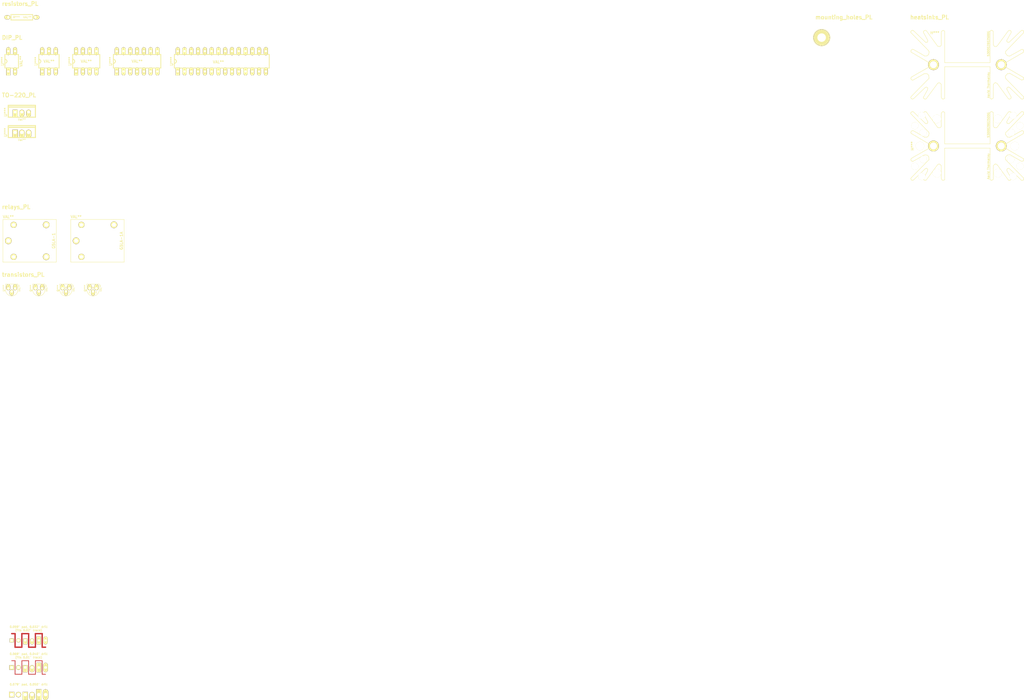
<source format=kicad_pcb>
(kicad_pcb (version 3) (host pcbnew "(2013-07-07 BZR 4022)-stable")

  (general
    (links 0)
    (no_connects 0)
    (area 17.142178 16.28 401.217201 276.817448)
    (thickness 1.6)
    (drawings 7)
    (tracks 22)
    (zones 0)
    (modules 18)
    (nets 1)
  )

  (page A3)
  (layers
    (15 F.Cu signal)
    (0 B.Cu signal)
    (16 B.Adhes user)
    (17 F.Adhes user)
    (18 B.Paste user)
    (19 F.Paste user)
    (20 B.SilkS user)
    (21 F.SilkS user)
    (22 B.Mask user)
    (23 F.Mask user)
    (24 Dwgs.User user)
    (25 Cmts.User user)
    (26 Eco1.User user)
    (27 Eco2.User user)
    (28 Edge.Cuts user)
  )

  (setup
    (last_trace_width 0.254)
    (user_trace_width 0.508)
    (trace_clearance 0.254)
    (zone_clearance 0.508)
    (zone_45_only no)
    (trace_min 0.254)
    (segment_width 0.2)
    (edge_width 0.1)
    (via_size 0.889)
    (via_drill 0.635)
    (via_min_size 0.889)
    (via_min_drill 0.508)
    (uvia_size 0.508)
    (uvia_drill 0.127)
    (uvias_allowed no)
    (uvia_min_size 0.508)
    (uvia_min_drill 0.127)
    (pcb_text_width 0.3)
    (pcb_text_size 1.5 1.5)
    (mod_edge_width 0.15)
    (mod_text_size 1 1)
    (mod_text_width 0.15)
    (pad_size 2.0066 4.0132)
    (pad_drill 1.27)
    (pad_to_mask_clearance 0)
    (aux_axis_origin 0 0)
    (visible_elements 7FFFFFFF)
    (pcbplotparams
      (layerselection 3178497)
      (usegerberextensions true)
      (excludeedgelayer true)
      (linewidth 0.150000)
      (plotframeref false)
      (viasonmask false)
      (mode 1)
      (useauxorigin false)
      (hpglpennumber 1)
      (hpglpenspeed 20)
      (hpglpendiameter 15)
      (hpglpenoverlay 2)
      (psnegative false)
      (psa4output false)
      (plotreference true)
      (plotvalue true)
      (plotothertext true)
      (plotinvisibletext false)
      (padsonsilk false)
      (subtractmaskfromsilk false)
      (outputformat 1)
      (mirror false)
      (drillshape 1)
      (scaleselection 1)
      (outputdirectory ""))
  )

  (net 0 "")

  (net_class Default "This is the default net class."
    (clearance 0.254)
    (trace_width 0.254)
    (via_dia 0.889)
    (via_drill 0.635)
    (uvia_dia 0.508)
    (uvia_drill 0.127)
    (add_net "")
  )

  (module hole_M3 (layer F.Cu) (tedit 527B3F50) (tstamp 5327AC5E)
    (at 325.12 30.48)
    (descr "M3 mounting hole")
    (path 1pin)
    (fp_text reference H*** (at 0 -3.048) (layer F.SilkS) hide
      (effects (font (size 1.016 1.016) (thickness 0.254)))
    )
    (fp_text value Val** (at 0 2.794) (layer F.SilkS) hide
      (effects (font (size 1.016 1.016) (thickness 0.254)))
    )
    (fp_circle (center 0 0) (end 0 3.2) (layer F.SilkS) (width 0.15))
    (pad 1 thru_hole circle (at 0 0) (size 6 6) (drill 3.2)
      (layers *.Cu *.Mask F.SilkS)
    )
  )

  (module DIP4 (layer F.Cu) (tedit 5323D78D) (tstamp 53243CFA)
    (at 20.32 43.18)
    (descr "4-lead DIP package")
    (tags DIP)
    (fp_text reference U*** (at -2.159 -3.81 90) (layer F.SilkS)
      (effects (font (size 1.016 1.016) (thickness 0.2032)))
    )
    (fp_text value VAL** (at 4.826 -3.81 90) (layer F.SilkS)
      (effects (font (size 1.016 1.016) (thickness 0.2032)))
    )
    (fp_arc (start -1.27 -3.81) (end -1.27 -4.572) (angle 90) (layer F.SilkS) (width 0.3048))
    (fp_arc (start -1.27 -3.81) (end -0.508 -3.81) (angle 90) (layer F.SilkS) (width 0.3048))
    (fp_line (start -1.27 -6.35) (end 3.81 -6.35) (layer F.SilkS) (width 0.3048))
    (fp_line (start 3.81 -6.35) (end 3.81 -1.27) (layer F.SilkS) (width 0.3048))
    (fp_line (start 3.81 -1.27) (end -1.27 -1.27) (layer F.SilkS) (width 0.3048))
    (fp_line (start -1.27 -1.27) (end -1.27 -6.35) (layer F.SilkS) (width 0.3048))
    (pad 1 thru_hole rect (at 0 0) (size 1.4732 2.9464) (drill 0.8128)
      (layers *.Cu *.Mask F.SilkS)
    )
    (pad 2 thru_hole oval (at 2.54 0) (size 1.4732 2.9464) (drill 0.8128)
      (layers *.Cu *.Mask F.SilkS)
    )
    (pad 3 thru_hole oval (at 2.54 -7.62) (size 1.4732 2.9464) (drill 0.8128)
      (layers *.Cu *.Mask F.SilkS)
    )
    (pad 4 thru_hole oval (at 0 -7.62) (size 1.4732 2.9464) (drill 0.8128)
      (layers *.Cu *.Mask F.SilkS)
    )
    (model dil/dil_8.wrl
      (at (xyz 0 0 0))
      (scale (xyz 1 1 1))
      (rotate (xyz 0 0 0))
    )
  )

  (module DIP6 (layer F.Cu) (tedit 5323DD66) (tstamp 532449D2)
    (at 33.02 43.18)
    (descr "6-lead DIP package")
    (tags DIP)
    (fp_text reference U*** (at -2.286 -3.81 90) (layer F.SilkS)
      (effects (font (size 1.016 1.016) (thickness 0.2032)))
    )
    (fp_text value VAL** (at 2.54 -3.81) (layer F.SilkS)
      (effects (font (size 1.016 1.016) (thickness 0.2032)))
    )
    (fp_arc (start -1.27 -3.81) (end -1.27 -4.572) (angle 90) (layer F.SilkS) (width 0.3048))
    (fp_arc (start -1.27 -3.81) (end -0.508 -3.81) (angle 90) (layer F.SilkS) (width 0.3048))
    (fp_line (start -1.27 -6.35) (end 6.35 -6.35) (layer F.SilkS) (width 0.3048))
    (fp_line (start 6.35 -6.35) (end 6.35 -1.27) (layer F.SilkS) (width 0.3048))
    (fp_line (start 6.35 -1.27) (end -1.27 -1.27) (layer F.SilkS) (width 0.3048))
    (fp_line (start -1.27 -1.27) (end -1.27 -6.35) (layer F.SilkS) (width 0.3048))
    (pad 1 thru_hole rect (at 0 0) (size 1.4732 2.9464) (drill 0.8128)
      (layers *.Cu *.Mask F.SilkS)
    )
    (pad 2 thru_hole oval (at 2.54 0) (size 1.4732 2.9464) (drill 0.8128)
      (layers *.Cu *.Mask F.SilkS)
    )
    (pad 3 thru_hole oval (at 5.08 0) (size 1.4732 2.9464) (drill 0.8128)
      (layers *.Cu *.Mask F.SilkS)
    )
    (pad 4 thru_hole oval (at 5.08 -7.62) (size 1.4732 2.9464) (drill 0.8128)
      (layers *.Cu *.Mask F.SilkS)
    )
    (pad 5 thru_hole oval (at 2.54 -7.62) (size 1.4732 2.9464) (drill 0.8128)
      (layers *.Cu *.Mask F.SilkS)
    )
    (pad 6 thru_hole oval (at 0 -7.62) (size 1.4732 2.9464) (drill 0.8128)
      (layers *.Cu *.Mask F.SilkS)
    )
    (model dil/dil_8.wrl
      (at (xyz 0 0 0))
      (scale (xyz 1 1 1))
      (rotate (xyz 0 0 0))
    )
  )

  (module DIP8 (layer F.Cu) (tedit 5323DD78) (tstamp 532449F3)
    (at 45.72 43.18)
    (descr "8-lead DIP package")
    (tags DIP)
    (fp_text reference U*** (at -2.286 -3.81 90) (layer F.SilkS)
      (effects (font (size 1.016 1.016) (thickness 0.2032)))
    )
    (fp_text value VAL** (at 3.81 -3.81) (layer F.SilkS)
      (effects (font (size 1.016 1.016) (thickness 0.2032)))
    )
    (fp_arc (start -1.27 -3.81) (end -1.27 -4.572) (angle 90) (layer F.SilkS) (width 0.3048))
    (fp_arc (start -1.27 -3.81) (end -0.508 -3.81) (angle 90) (layer F.SilkS) (width 0.3048))
    (fp_line (start -1.27 -6.35) (end 8.89 -6.35) (layer F.SilkS) (width 0.3048))
    (fp_line (start 8.89 -6.35) (end 8.89 -1.27) (layer F.SilkS) (width 0.3048))
    (fp_line (start 8.89 -1.27) (end -1.27 -1.27) (layer F.SilkS) (width 0.3048))
    (fp_line (start -1.27 -1.27) (end -1.27 -6.35) (layer F.SilkS) (width 0.3048))
    (pad 1 thru_hole rect (at 0 0) (size 1.4732 2.9464) (drill 0.8128)
      (layers *.Cu *.Mask F.SilkS)
    )
    (pad 2 thru_hole oval (at 2.54 0) (size 1.4732 2.9464) (drill 0.8128)
      (layers *.Cu *.Mask F.SilkS)
    )
    (pad 3 thru_hole oval (at 5.08 0) (size 1.4732 2.9464) (drill 0.8128)
      (layers *.Cu *.Mask F.SilkS)
    )
    (pad 4 thru_hole oval (at 7.62 0) (size 1.4732 2.9464) (drill 0.8128)
      (layers *.Cu *.Mask F.SilkS)
    )
    (pad 5 thru_hole oval (at 7.62 -7.62) (size 1.4732 2.9464) (drill 0.8128)
      (layers *.Cu *.Mask F.SilkS)
    )
    (pad 6 thru_hole oval (at 5.08 -7.62) (size 1.4732 2.9464) (drill 0.8128)
      (layers *.Cu *.Mask F.SilkS)
    )
    (pad 8 thru_hole oval (at 0 -7.62) (size 1.4732 2.9464) (drill 0.8128)
      (layers *.Cu *.Mask F.SilkS)
    )
    (pad 7 thru_hole oval (at 2.54 -7.62) (size 1.4732 2.9464) (drill 0.8128)
      (layers *.Cu *.Mask F.SilkS)
    )
    (model dil/dil_8.wrl
      (at (xyz 0 0 0))
      (scale (xyz 1 1 1))
      (rotate (xyz 0 0 0))
    )
  )

  (module DIP14 (layer F.Cu) (tedit 5323DE4D) (tstamp 53244A1E)
    (at 60.96 43.18)
    (descr "14-lead DIP package")
    (tags DIP)
    (fp_text reference U*** (at -2.286 -3.81 90) (layer F.SilkS)
      (effects (font (size 1.016 1.016) (thickness 0.2032)))
    )
    (fp_text value VAL** (at 7.62 -3.81) (layer F.SilkS)
      (effects (font (size 1.016 1.016) (thickness 0.2032)))
    )
    (fp_line (start 8.89 -1.27) (end 16.51 -1.27) (layer F.SilkS) (width 0.3048))
    (fp_line (start 8.89 -6.35) (end 16.51 -6.35) (layer F.SilkS) (width 0.3048))
    (fp_arc (start -1.27 -3.81) (end -1.27 -4.572) (angle 90) (layer F.SilkS) (width 0.3048))
    (fp_arc (start -1.27 -3.81) (end -0.508 -3.81) (angle 90) (layer F.SilkS) (width 0.3048))
    (fp_line (start -1.27 -6.35) (end 8.89 -6.35) (layer F.SilkS) (width 0.3048))
    (fp_line (start 16.51 -6.35) (end 16.51 -1.27) (layer F.SilkS) (width 0.3048))
    (fp_line (start 8.89 -1.27) (end -1.27 -1.27) (layer F.SilkS) (width 0.3048))
    (fp_line (start -1.27 -1.27) (end -1.27 -6.35) (layer F.SilkS) (width 0.3048))
    (pad 1 thru_hole rect (at 0 0) (size 1.4732 2.9464) (drill 0.8128)
      (layers *.Cu *.Mask F.SilkS)
    )
    (pad 2 thru_hole oval (at 2.54 0) (size 1.4732 2.9464) (drill 0.8128)
      (layers *.Cu *.Mask F.SilkS)
    )
    (pad 3 thru_hole oval (at 5.08 0) (size 1.4732 2.9464) (drill 0.8128)
      (layers *.Cu *.Mask F.SilkS)
    )
    (pad 4 thru_hole oval (at 7.62 0) (size 1.4732 2.9464) (drill 0.8128)
      (layers *.Cu *.Mask F.SilkS)
    )
    (pad 11 thru_hole oval (at 7.62 -7.62) (size 1.4732 2.9464) (drill 0.8128)
      (layers *.Cu *.Mask F.SilkS)
    )
    (pad 12 thru_hole oval (at 5.08 -7.62) (size 1.4732 2.9464) (drill 0.8128)
      (layers *.Cu *.Mask F.SilkS)
    )
    (pad 13 thru_hole oval (at 2.54 -7.62) (size 1.4732 2.9464) (drill 0.8128)
      (layers *.Cu *.Mask F.SilkS)
    )
    (pad 14 thru_hole oval (at 0 -7.62) (size 1.4732 2.9464) (drill 0.8128)
      (layers *.Cu *.Mask F.SilkS)
    )
    (pad 5 thru_hole oval (at 10.16 0) (size 1.4732 2.9464) (drill 0.8128)
      (layers *.Cu *.Mask F.SilkS)
    )
    (pad 6 thru_hole oval (at 12.7 0) (size 1.4732 2.9464) (drill 0.8128)
      (layers *.Cu *.Mask F.SilkS)
    )
    (pad 7 thru_hole oval (at 15.24 0) (size 1.4732 2.9464) (drill 0.8128)
      (layers *.Cu *.Mask F.SilkS)
    )
    (pad 10 thru_hole oval (at 10.16 -7.62) (size 1.4732 2.9464) (drill 0.8128)
      (layers *.Cu *.Mask F.SilkS)
    )
    (pad 9 thru_hole oval (at 12.7 -7.62) (size 1.4732 2.9464) (drill 0.8128)
      (layers *.Cu *.Mask F.SilkS)
    )
    (pad 8 thru_hole oval (at 15.24 -7.62) (size 1.4732 2.9464) (drill 0.8128)
      (layers *.Cu *.Mask F.SilkS)
    )
    (model dil/dil_8.wrl
      (at (xyz 0 0 0))
      (scale (xyz 1 1 1))
      (rotate (xyz 0 0 0))
    )
  )

  (module DIP28 (layer F.Cu) (tedit 5323DE9D) (tstamp 53244A61)
    (at 83.82 43.18)
    (descr "28-lead DIP package")
    (tags DIP)
    (fp_text reference U*** (at -2.286 -3.81 90) (layer F.SilkS)
      (effects (font (size 1.016 1.016) (thickness 0.2032)))
    )
    (fp_text value VAL** (at 15.24 -3.556) (layer F.SilkS)
      (effects (font (size 1.016 1.016) (thickness 0.2032)))
    )
    (fp_line (start 34.29 -1.27) (end 16.51 -1.27) (layer F.SilkS) (width 0.3048))
    (fp_line (start 16.51 -6.35) (end 34.29 -6.35) (layer F.SilkS) (width 0.3048))
    (fp_line (start 8.89 -1.27) (end 16.51 -1.27) (layer F.SilkS) (width 0.3048))
    (fp_line (start 8.89 -6.35) (end 16.51 -6.35) (layer F.SilkS) (width 0.3048))
    (fp_arc (start -1.27 -3.81) (end -1.27 -4.572) (angle 90) (layer F.SilkS) (width 0.3048))
    (fp_arc (start -1.27 -3.81) (end -0.508 -3.81) (angle 90) (layer F.SilkS) (width 0.3048))
    (fp_line (start -1.27 -6.35) (end 8.89 -6.35) (layer F.SilkS) (width 0.3048))
    (fp_line (start 34.29 -6.35) (end 34.29 -1.27) (layer F.SilkS) (width 0.3048))
    (fp_line (start 8.89 -1.27) (end -1.27 -1.27) (layer F.SilkS) (width 0.3048))
    (fp_line (start -1.27 -1.27) (end -1.27 -6.35) (layer F.SilkS) (width 0.3048))
    (pad 1 thru_hole rect (at 0 0) (size 1.4732 2.9464) (drill 0.8128)
      (layers *.Cu *.Mask F.SilkS)
    )
    (pad 2 thru_hole oval (at 2.54 0) (size 1.4732 2.9464) (drill 0.8128)
      (layers *.Cu *.Mask F.SilkS)
    )
    (pad 3 thru_hole oval (at 5.08 0) (size 1.4732 2.9464) (drill 0.8128)
      (layers *.Cu *.Mask F.SilkS)
    )
    (pad 4 thru_hole oval (at 7.62 0) (size 1.4732 2.9464) (drill 0.8128)
      (layers *.Cu *.Mask F.SilkS)
    )
    (pad 25 thru_hole oval (at 7.62 -7.62) (size 1.4732 2.9464) (drill 0.8128)
      (layers *.Cu *.Mask F.SilkS)
    )
    (pad 26 thru_hole oval (at 5.08 -7.62) (size 1.4732 2.9464) (drill 0.8128)
      (layers *.Cu *.Mask F.SilkS)
    )
    (pad 27 thru_hole oval (at 2.54 -7.62) (size 1.4732 2.9464) (drill 0.8128)
      (layers *.Cu *.Mask F.SilkS)
    )
    (pad 28 thru_hole oval (at 0 -7.62) (size 1.4732 2.9464) (drill 0.8128)
      (layers *.Cu *.Mask F.SilkS)
    )
    (pad 5 thru_hole oval (at 10.16 0) (size 1.4732 2.9464) (drill 0.8128)
      (layers *.Cu *.Mask F.SilkS)
    )
    (pad 6 thru_hole oval (at 12.7 0) (size 1.4732 2.9464) (drill 0.8128)
      (layers *.Cu *.Mask F.SilkS)
    )
    (pad 7 thru_hole oval (at 15.24 0) (size 1.4732 2.9464) (drill 0.8128)
      (layers *.Cu *.Mask F.SilkS)
    )
    (pad 24 thru_hole oval (at 10.16 -7.62) (size 1.4732 2.9464) (drill 0.8128)
      (layers *.Cu *.Mask F.SilkS)
    )
    (pad 23 thru_hole oval (at 12.7 -7.62) (size 1.4732 2.9464) (drill 0.8128)
      (layers *.Cu *.Mask F.SilkS)
    )
    (pad 22 thru_hole oval (at 15.24 -7.62) (size 1.4732 2.9464) (drill 0.8128)
      (layers *.Cu *.Mask F.SilkS)
    )
    (pad 8 thru_hole oval (at 17.78 0) (size 1.4732 2.9464) (drill 0.8128)
      (layers *.Cu *.Mask F.SilkS)
    )
    (pad 9 thru_hole oval (at 20.32 0) (size 1.4732 2.9464) (drill 0.8128)
      (layers *.Cu *.Mask F.SilkS)
    )
    (pad 10 thru_hole oval (at 22.86 0) (size 1.4732 2.9464) (drill 0.8128)
      (layers *.Cu *.Mask F.SilkS)
    )
    (pad 11 thru_hole oval (at 25.4 0) (size 1.4732 2.9464) (drill 0.8128)
      (layers *.Cu *.Mask F.SilkS)
    )
    (pad 12 thru_hole oval (at 27.94 0) (size 1.4732 2.9464) (drill 0.8128)
      (layers *.Cu *.Mask F.SilkS)
    )
    (pad 13 thru_hole oval (at 30.48 0) (size 1.4732 2.9464) (drill 0.8128)
      (layers *.Cu *.Mask F.SilkS)
    )
    (pad 14 thru_hole oval (at 33.02 0) (size 1.4732 2.9464) (drill 0.8128)
      (layers *.Cu *.Mask F.SilkS)
    )
    (pad 21 thru_hole oval (at 17.78 -7.62) (size 1.4732 2.9464) (drill 0.8128)
      (layers *.Cu *.Mask F.SilkS)
    )
    (pad 20 thru_hole oval (at 20.32 -7.62) (size 1.524 3.048) (drill 0.8128)
      (layers *.Cu *.Mask F.SilkS)
    )
    (pad 19 thru_hole oval (at 22.86 -7.62) (size 1.524 3.048) (drill 0.8128)
      (layers *.Cu *.Mask F.SilkS)
    )
    (pad 18 thru_hole oval (at 25.4 -7.62) (size 1.524 3.048) (drill 0.8128)
      (layers *.Cu *.Mask F.SilkS)
    )
    (pad 17 thru_hole oval (at 27.94 -7.62) (size 1.524 3.048) (drill 0.8128)
      (layers *.Cu *.Mask F.SilkS)
    )
    (pad 16 thru_hole oval (at 30.48 -7.62) (size 1.524 3.048) (drill 0.8128)
      (layers *.Cu *.Mask F.SilkS)
    )
    (pad 15 thru_hole oval (at 33.02 -7.62) (size 1.524 3.048) (drill 0.8128)
      (layers *.Cu *.Mask F.SilkS)
    )
    (model dil/dil_8.wrl
      (at (xyz 0 0 0))
      (scale (xyz 1 1 1))
      (rotate (xyz 0 0 0))
    )
  )

  (module 530002B02500G (layer F.Cu) (tedit 5323DEF5) (tstamp 53244C3B)
    (at 367.03 40.64)
    (descr "Aavid Thermalloy 530002B02500G TO-220 heat sink")
    (fp_text reference H*** (at 0.508 -11.938) (layer F.SilkS)
      (effects (font (size 1.016 1.016) (thickness 0.2032)))
    )
    (fp_text value 530002B02500G (at 20.574 -7.874 90) (layer F.SilkS)
      (effects (font (size 0.762 0.762) (thickness 0.1524)))
    )
    (fp_text user "Aavid Thermalloy" (at 20.574 7.62 90) (layer F.SilkS)
      (effects (font (size 0.762 0.762) (thickness 0.1524)))
    )
    (fp_line (start 21.59 12.8778) (end 21.209 12.573) (layer F.SilkS) (width 0.15))
    (fp_line (start 21.209 0.7874) (end 21.209 12.573) (layer F.SilkS) (width 0.15))
    (fp_line (start 21.5646 -12.8778) (end 21.209 -12.573) (layer F.SilkS) (width 0.15))
    (fp_line (start 21.209 -0.7874) (end 21.209 -12.573) (layer F.SilkS) (width 0.15))
    (fp_line (start 3.9878 12.8016) (end 4.191 12.573) (layer F.SilkS) (width 0.15))
    (fp_line (start 4.191 0.7874) (end 4.191 12.573) (layer F.SilkS) (width 0.15))
    (fp_line (start 4.191 -12.446) (end 3.937 -12.7762) (layer F.SilkS) (width 0.15))
    (fp_line (start 4.191 -0.7874) (end 4.191 -12.446) (layer F.SilkS) (width 0.15))
    (fp_line (start -1.1176 -0.4356) (end -8.382 -4.7282) (layer F.SilkS) (width 0.15))
    (fp_line (start -8.382 -4.7282) (end -8.4836 -5.1854) (layer F.SilkS) (width 0.15))
    (fp_line (start -8.4836 -5.1854) (end -8.1788 -5.6426) (layer F.SilkS) (width 0.15))
    (fp_line (start -8.1788 -5.6426) (end -7.7978 -5.7696) (layer F.SilkS) (width 0.15))
    (fp_line (start -7.7978 -5.7696) (end -7.4422 -5.668) (layer F.SilkS) (width 0.15))
    (fp_line (start -7.4422 -5.668) (end -3.2512 -3.255) (layer F.SilkS) (width 0.15))
    (fp_line (start -3.2512 -3.255) (end -2.413 -3.3058) (layer F.SilkS) (width 0.15))
    (fp_line (start -2.413 -3.3058) (end -1.8034 -3.8646) (layer F.SilkS) (width 0.15))
    (fp_line (start -1.8034 -3.8646) (end -1.6256 -4.8044) (layer F.SilkS) (width 0.15))
    (fp_line (start -1.6256 -4.8044) (end -1.8796 -5.3124) (layer F.SilkS) (width 0.15))
    (fp_line (start -1.8796 -5.3124) (end -8.509 -12.0942) (layer F.SilkS) (width 0.15))
    (fp_line (start -8.509 -12.0942) (end -8.4582 -12.526) (layer F.SilkS) (width 0.15))
    (fp_line (start -8.4582 -12.526) (end -8.0518 -12.8562) (layer F.SilkS) (width 0.15))
    (fp_line (start -8.0518 -12.8562) (end -7.6962 -12.8816) (layer F.SilkS) (width 0.15))
    (fp_line (start -7.6962 -12.8816) (end -7.3914 -12.6784) (layer F.SilkS) (width 0.15))
    (fp_line (start -7.3914 -12.6784) (end -2.9464 -8.3858) (layer F.SilkS) (width 0.15))
    (fp_line (start -2.9464 -8.3858) (end -2.6416 -8.3604) (layer F.SilkS) (width 0.15))
    (fp_line (start -2.6416 -8.3604) (end -2.2606 -8.5128) (layer F.SilkS) (width 0.15))
    (fp_line (start -2.2606 -8.5128) (end -2.1082 -9.0716) (layer F.SilkS) (width 0.15))
    (fp_line (start -2.1082 -9.0716) (end -3.7592 -12.0942) (layer F.SilkS) (width 0.15))
    (fp_line (start -3.7592 -12.0942) (end -3.7592 -12.4244) (layer F.SilkS) (width 0.15))
    (fp_line (start -3.7592 -12.4244) (end -3.4798 -12.78) (layer F.SilkS) (width 0.15))
    (fp_line (start -3.4798 -12.78) (end -3.0734 -12.8816) (layer F.SilkS) (width 0.15))
    (fp_line (start -3.0734 -12.8816) (end -2.6924 -12.78) (layer F.SilkS) (width 0.15))
    (fp_line (start -2.6924 -12.78) (end 1.5748 -6.938) (layer F.SilkS) (width 0.15))
    (fp_line (start 1.5748 -6.938) (end 2.2098 -6.811) (layer F.SilkS) (width 0.15))
    (fp_line (start 2.2098 -6.811) (end 2.7432 -7.0142) (layer F.SilkS) (width 0.15))
    (fp_line (start 2.7432 -7.0142) (end 2.921 -7.3444) (layer F.SilkS) (width 0.15))
    (fp_line (start 2.921 -7.3444) (end 2.921 -12.3228) (layer F.SilkS) (width 0.15))
    (fp_line (start 2.921 -12.3228) (end 3.3274 -12.78) (layer F.SilkS) (width 0.15))
    (fp_line (start 3.3274 -12.78) (end 3.6322 -12.8562) (layer F.SilkS) (width 0.15))
    (fp_line (start 3.6322 -12.8562) (end 3.937 -12.78) (layer F.SilkS) (width 0.15))
    (fp_line (start 3.9878 12.8016) (end 3.556 12.8994) (layer F.SilkS) (width 0.15))
    (fp_line (start 3.556 12.8994) (end 3.2004 12.747) (layer F.SilkS) (width 0.15))
    (fp_line (start 3.2004 12.747) (end 2.9464 12.239) (layer F.SilkS) (width 0.15))
    (fp_line (start 2.9464 12.239) (end 2.8702 7.3368) (layer F.SilkS) (width 0.15))
    (fp_line (start 2.8702 7.3368) (end 2.5654 6.9558) (layer F.SilkS) (width 0.15))
    (fp_line (start 2.5654 6.9558) (end 2.0574 6.7526) (layer F.SilkS) (width 0.15))
    (fp_line (start 2.0574 6.7526) (end 1.5494 7.0066) (layer F.SilkS) (width 0.15))
    (fp_line (start 1.5494 7.0066) (end -2.7432 12.8232) (layer F.SilkS) (width 0.15))
    (fp_line (start -2.7432 12.8232) (end -3.175 12.8994) (layer F.SilkS) (width 0.15))
    (fp_line (start -3.175 12.8994) (end -3.6068 12.6962) (layer F.SilkS) (width 0.15))
    (fp_line (start -3.6068 12.6962) (end -3.7846 12.239) (layer F.SilkS) (width 0.15))
    (fp_line (start -3.7846 12.239) (end -2.2352 9.4196) (layer F.SilkS) (width 0.15))
    (fp_line (start -2.2352 9.4196) (end -2.159 8.7084) (layer F.SilkS) (width 0.15))
    (fp_line (start -2.159 8.7084) (end -2.4892 8.4036) (layer F.SilkS) (width 0.15))
    (fp_line (start -2.4892 8.4036) (end -2.8702 8.4036) (layer F.SilkS) (width 0.15))
    (fp_line (start -2.8702 8.4036) (end -3.1242 8.5814) (layer F.SilkS) (width 0.15))
    (fp_line (start -3.1242 8.5814) (end -7.493 12.7724) (layer F.SilkS) (width 0.15))
    (fp_line (start -7.493 12.7724) (end -7.9502 12.8994) (layer F.SilkS) (width 0.15))
    (fp_line (start -7.9502 12.8994) (end -8.3058 12.6962) (layer F.SilkS) (width 0.15))
    (fp_line (start -8.3058 12.6962) (end -8.509 12.2898) (layer F.SilkS) (width 0.15))
    (fp_line (start -8.509 12.2898) (end -8.3312 11.9088) (layer F.SilkS) (width 0.15))
    (fp_line (start -8.3312 11.9088) (end -1.6764 5.127) (layer F.SilkS) (width 0.15))
    (fp_line (start -1.6764 5.127) (end -1.7526 3.984) (layer F.SilkS) (width 0.15))
    (fp_line (start -1.7526 3.984) (end -2.3368 3.4252) (layer F.SilkS) (width 0.15))
    (fp_line (start -2.3368 3.4252) (end -3.0988 3.3236) (layer F.SilkS) (width 0.15))
    (fp_line (start -3.0988 3.3236) (end -3.6068 3.4506) (layer F.SilkS) (width 0.15))
    (fp_line (start -3.6068 3.4506) (end -7.747 5.8128) (layer F.SilkS) (width 0.15))
    (fp_line (start -7.747 5.8128) (end -8.1534 5.6858) (layer F.SilkS) (width 0.15))
    (fp_line (start -8.1534 5.6858) (end -8.4582 5.3302) (layer F.SilkS) (width 0.15))
    (fp_line (start -8.4582 5.3302) (end -8.4328 4.8984) (layer F.SilkS) (width 0.15))
    (fp_line (start -8.4328 4.8984) (end -8.0772 4.5174) (layer F.SilkS) (width 0.15))
    (fp_line (start -8.0772 4.5174) (end -1.1176 0.555) (layer F.SilkS) (width 0.15))
    (fp_line (start 26.5176 0.5804) (end 33.7566 4.7968) (layer F.SilkS) (width 0.15))
    (fp_line (start 33.7566 4.7968) (end 33.8328 5.3048) (layer F.SilkS) (width 0.15))
    (fp_line (start 33.8328 5.3048) (end 33.6042 5.635) (layer F.SilkS) (width 0.15))
    (fp_line (start 33.6042 5.635) (end 33.02 5.762) (layer F.SilkS) (width 0.15))
    (fp_line (start 33.02 5.762) (end 28.6258 3.2474) (layer F.SilkS) (width 0.15))
    (fp_line (start 28.6258 3.2474) (end 27.686 3.3998) (layer F.SilkS) (width 0.15))
    (fp_line (start 27.686 3.3998) (end 26.9748 4.2126) (layer F.SilkS) (width 0.15))
    (fp_line (start 26.9748 4.2126) (end 26.9748 4.873) (layer F.SilkS) (width 0.15))
    (fp_line (start 26.9748 4.873) (end 27.2034 5.3302) (layer F.SilkS) (width 0.15))
    (fp_line (start 27.2034 5.3302) (end 33.8582 12.112) (layer F.SilkS) (width 0.15))
    (fp_line (start 33.8582 12.112) (end 33.8074 12.5946) (layer F.SilkS) (width 0.15))
    (fp_line (start 33.8074 12.5946) (end 33.5534 12.8486) (layer F.SilkS) (width 0.15))
    (fp_line (start 33.5534 12.8486) (end 33.1216 12.9248) (layer F.SilkS) (width 0.15))
    (fp_line (start 33.1216 12.9248) (end 32.8422 12.747) (layer F.SilkS) (width 0.15))
    (fp_line (start 32.8422 12.747) (end 28.4734 8.5052) (layer F.SilkS) (width 0.15))
    (fp_line (start 28.4734 8.5052) (end 28.0162 8.3782) (layer F.SilkS) (width 0.15))
    (fp_line (start 28.0162 8.3782) (end 27.6352 8.556) (layer F.SilkS) (width 0.15))
    (fp_line (start 27.6352 8.556) (end 27.4828 8.9624) (layer F.SilkS) (width 0.15))
    (fp_line (start 27.4828 8.9624) (end 27.5844 9.3942) (layer F.SilkS) (width 0.15))
    (fp_line (start 27.5844 9.3942) (end 29.083 12.0612) (layer F.SilkS) (width 0.15))
    (fp_line (start 29.083 12.0612) (end 29.083 12.4676) (layer F.SilkS) (width 0.15))
    (fp_line (start 29.083 12.4676) (end 28.8544 12.7978) (layer F.SilkS) (width 0.15))
    (fp_line (start 28.8544 12.7978) (end 28.3972 12.9248) (layer F.SilkS) (width 0.15))
    (fp_line (start 28.3972 12.9248) (end 28.0416 12.747) (layer F.SilkS) (width 0.15))
    (fp_line (start 28.0416 12.747) (end 23.9776 7.159) (layer F.SilkS) (width 0.15))
    (fp_line (start 23.9776 7.159) (end 23.3172 6.7272) (layer F.SilkS) (width 0.15))
    (fp_line (start 23.3172 6.7272) (end 22.9108 6.8542) (layer F.SilkS) (width 0.15))
    (fp_line (start 22.9108 6.8542) (end 22.4536 7.3876) (layer F.SilkS) (width 0.15))
    (fp_line (start 22.4536 7.3876) (end 22.3774 12.5438) (layer F.SilkS) (width 0.15))
    (fp_line (start 22.3774 12.5438) (end 21.9202 12.8486) (layer F.SilkS) (width 0.15))
    (fp_line (start 21.9202 12.8486) (end 21.59 12.874) (layer F.SilkS) (width 0.15))
    (fp_line (start 21.9456 -12.8816) (end 22.352 -12.5514) (layer F.SilkS) (width 0.15))
    (fp_line (start 22.352 -12.5514) (end 22.4536 -7.3952) (layer F.SilkS) (width 0.15))
    (fp_line (start 22.4536 -7.3952) (end 22.7838 -6.8872) (layer F.SilkS) (width 0.15))
    (fp_line (start 22.7838 -6.8872) (end 23.5204 -6.811) (layer F.SilkS) (width 0.15))
    (fp_line (start 23.5204 -6.811) (end 23.9268 -7.0904) (layer F.SilkS) (width 0.15))
    (fp_line (start 23.9268 -7.0904) (end 28.067 -12.7546) (layer F.SilkS) (width 0.15))
    (fp_line (start 28.067 -12.7546) (end 28.702 -12.8816) (layer F.SilkS) (width 0.15))
    (fp_line (start 28.702 -12.8816) (end 29.0576 -12.6022) (layer F.SilkS) (width 0.15))
    (fp_line (start 29.0576 -12.6022) (end 29.1084 -12.0434) (layer F.SilkS) (width 0.15))
    (fp_line (start 29.1084 -12.0434) (end 27.4828 -9.1732) (layer F.SilkS) (width 0.15))
    (fp_line (start 27.4828 -9.1732) (end 27.5336 -8.6398) (layer F.SilkS) (width 0.15))
    (fp_line (start 27.5336 -8.6398) (end 27.8638 -8.3858) (layer F.SilkS) (width 0.15))
    (fp_line (start 27.8638 -8.3858) (end 28.3464 -8.4112) (layer F.SilkS) (width 0.15))
    (fp_line (start 28.3464 -8.4112) (end 32.9692 -12.8562) (layer F.SilkS) (width 0.15))
    (fp_line (start 32.9692 -12.8562) (end 33.5026 -12.8562) (layer F.SilkS) (width 0.15))
    (fp_line (start 33.5026 -12.8562) (end 33.7566 -12.6276) (layer F.SilkS) (width 0.15))
    (fp_line (start 33.7566 -12.6276) (end 33.8074 -11.9926) (layer F.SilkS) (width 0.15))
    (fp_line (start 33.8074 -11.9926) (end 27.051 -5.0076) (layer F.SilkS) (width 0.15))
    (fp_line (start 27.051 -5.0076) (end 26.9748 -4.3218) (layer F.SilkS) (width 0.15))
    (fp_line (start 26.9748 -4.3218) (end 27.7114 -3.3566) (layer F.SilkS) (width 0.15))
    (fp_line (start 27.7114 -3.3566) (end 28.5496 -3.2296) (layer F.SilkS) (width 0.15))
    (fp_line (start 28.5496 -3.2296) (end 33.1216 -5.7696) (layer F.SilkS) (width 0.15))
    (fp_line (start 33.1216 -5.7696) (end 33.5534 -5.668) (layer F.SilkS) (width 0.15))
    (fp_line (start 33.5534 -5.668) (end 33.8074 -5.3124) (layer F.SilkS) (width 0.15))
    (fp_line (start 33.8074 -5.3124) (end 33.6296 -4.6012) (layer F.SilkS) (width 0.15))
    (fp_line (start 33.6296 -4.6012) (end 26.543 -0.4864) (layer F.SilkS) (width 0.15))
    (fp_line (start 21.5646 -12.8816) (end 21.9456 -12.8816) (layer F.SilkS) (width 0.15))
    (fp_line (start 4.191 0.7874) (end 21.209 0.7874) (layer F.SilkS) (width 0.15))
    (fp_line (start 4.191 -0.7874) (end 21.209 -0.7874) (layer F.SilkS) (width 0.15))
    (pad 1 thru_hole circle (at 0 0) (size 4.064 4.064) (drill 2.667)
      (layers *.Cu *.Mask F.SilkS)
    )
    (pad 2 thru_hole circle (at 25.4 0) (size 4.064 4.064) (drill 2.667)
      (layers *.Cu *.Mask F.SilkS)
    )
  )

  (module 530002B02500G_vents (layer F.Cu) (tedit 5323DF13) (tstamp 53244D62)
    (at 367.03 71.12)
    (descr "Aavid Thermalloy 530002B02500G TO-220 heat sink, with vent drills")
    (fp_text reference H*** (at -7.874 0 90) (layer F.SilkS)
      (effects (font (size 1.016 1.016) (thickness 0.2032)))
    )
    (fp_text value 530002B02500G (at 20.574 -7.874 90) (layer F.SilkS)
      (effects (font (size 0.762 0.762) (thickness 0.1524)))
    )
    (fp_text user "Aavid Thermalloy" (at 20.574 7.62 90) (layer F.SilkS)
      (effects (font (size 0.762 0.762) (thickness 0.1524)))
    )
    (fp_line (start 21.59 12.8778) (end 21.209 12.573) (layer F.SilkS) (width 0.15))
    (fp_line (start 21.209 0.7874) (end 21.209 12.573) (layer F.SilkS) (width 0.15))
    (fp_line (start 21.5646 -12.8778) (end 21.209 -12.573) (layer F.SilkS) (width 0.15))
    (fp_line (start 21.209 -0.7874) (end 21.209 -12.573) (layer F.SilkS) (width 0.15))
    (fp_line (start 3.9878 12.8016) (end 4.191 12.573) (layer F.SilkS) (width 0.15))
    (fp_line (start 4.191 0.7874) (end 4.191 12.573) (layer F.SilkS) (width 0.15))
    (fp_line (start 4.191 -12.446) (end 3.937 -12.7762) (layer F.SilkS) (width 0.15))
    (fp_line (start 4.191 -0.7874) (end 4.191 -12.446) (layer F.SilkS) (width 0.15))
    (fp_line (start -1.1176 -0.4356) (end -8.382 -4.7282) (layer F.SilkS) (width 0.15))
    (fp_line (start -8.382 -4.7282) (end -8.4836 -5.1854) (layer F.SilkS) (width 0.15))
    (fp_line (start -8.4836 -5.1854) (end -8.1788 -5.6426) (layer F.SilkS) (width 0.15))
    (fp_line (start -8.1788 -5.6426) (end -7.7978 -5.7696) (layer F.SilkS) (width 0.15))
    (fp_line (start -7.7978 -5.7696) (end -7.4422 -5.668) (layer F.SilkS) (width 0.15))
    (fp_line (start -7.4422 -5.668) (end -3.2512 -3.255) (layer F.SilkS) (width 0.15))
    (fp_line (start -3.2512 -3.255) (end -2.413 -3.3058) (layer F.SilkS) (width 0.15))
    (fp_line (start -2.413 -3.3058) (end -1.8034 -3.8646) (layer F.SilkS) (width 0.15))
    (fp_line (start -1.8034 -3.8646) (end -1.6256 -4.8044) (layer F.SilkS) (width 0.15))
    (fp_line (start -1.6256 -4.8044) (end -1.8796 -5.3124) (layer F.SilkS) (width 0.15))
    (fp_line (start -1.8796 -5.3124) (end -8.509 -12.0942) (layer F.SilkS) (width 0.15))
    (fp_line (start -8.509 -12.0942) (end -8.4582 -12.526) (layer F.SilkS) (width 0.15))
    (fp_line (start -8.4582 -12.526) (end -8.0518 -12.8562) (layer F.SilkS) (width 0.15))
    (fp_line (start -8.0518 -12.8562) (end -7.6962 -12.8816) (layer F.SilkS) (width 0.15))
    (fp_line (start -7.6962 -12.8816) (end -7.3914 -12.6784) (layer F.SilkS) (width 0.15))
    (fp_line (start -7.3914 -12.6784) (end -2.9464 -8.3858) (layer F.SilkS) (width 0.15))
    (fp_line (start -2.9464 -8.3858) (end -2.6416 -8.3604) (layer F.SilkS) (width 0.15))
    (fp_line (start -2.6416 -8.3604) (end -2.2606 -8.5128) (layer F.SilkS) (width 0.15))
    (fp_line (start -2.2606 -8.5128) (end -2.1082 -9.0716) (layer F.SilkS) (width 0.15))
    (fp_line (start -2.1082 -9.0716) (end -3.7592 -12.0942) (layer F.SilkS) (width 0.15))
    (fp_line (start -3.7592 -12.0942) (end -3.7592 -12.4244) (layer F.SilkS) (width 0.15))
    (fp_line (start -3.7592 -12.4244) (end -3.4798 -12.78) (layer F.SilkS) (width 0.15))
    (fp_line (start -3.4798 -12.78) (end -3.0734 -12.8816) (layer F.SilkS) (width 0.15))
    (fp_line (start -3.0734 -12.8816) (end -2.6924 -12.78) (layer F.SilkS) (width 0.15))
    (fp_line (start -2.6924 -12.78) (end 1.5748 -6.938) (layer F.SilkS) (width 0.15))
    (fp_line (start 1.5748 -6.938) (end 2.2098 -6.811) (layer F.SilkS) (width 0.15))
    (fp_line (start 2.2098 -6.811) (end 2.7432 -7.0142) (layer F.SilkS) (width 0.15))
    (fp_line (start 2.7432 -7.0142) (end 2.921 -7.3444) (layer F.SilkS) (width 0.15))
    (fp_line (start 2.921 -7.3444) (end 2.921 -12.3228) (layer F.SilkS) (width 0.15))
    (fp_line (start 2.921 -12.3228) (end 3.3274 -12.78) (layer F.SilkS) (width 0.15))
    (fp_line (start 3.3274 -12.78) (end 3.6322 -12.8562) (layer F.SilkS) (width 0.15))
    (fp_line (start 3.6322 -12.8562) (end 3.937 -12.78) (layer F.SilkS) (width 0.15))
    (fp_line (start 3.9878 12.8016) (end 3.556 12.8994) (layer F.SilkS) (width 0.15))
    (fp_line (start 3.556 12.8994) (end 3.2004 12.747) (layer F.SilkS) (width 0.15))
    (fp_line (start 3.2004 12.747) (end 2.9464 12.239) (layer F.SilkS) (width 0.15))
    (fp_line (start 2.9464 12.239) (end 2.8702 7.3368) (layer F.SilkS) (width 0.15))
    (fp_line (start 2.8702 7.3368) (end 2.5654 6.9558) (layer F.SilkS) (width 0.15))
    (fp_line (start 2.5654 6.9558) (end 2.0574 6.7526) (layer F.SilkS) (width 0.15))
    (fp_line (start 2.0574 6.7526) (end 1.5494 7.0066) (layer F.SilkS) (width 0.15))
    (fp_line (start 1.5494 7.0066) (end -2.7432 12.8232) (layer F.SilkS) (width 0.15))
    (fp_line (start -2.7432 12.8232) (end -3.175 12.8994) (layer F.SilkS) (width 0.15))
    (fp_line (start -3.175 12.8994) (end -3.6068 12.6962) (layer F.SilkS) (width 0.15))
    (fp_line (start -3.6068 12.6962) (end -3.7846 12.239) (layer F.SilkS) (width 0.15))
    (fp_line (start -3.7846 12.239) (end -2.2352 9.4196) (layer F.SilkS) (width 0.15))
    (fp_line (start -2.2352 9.4196) (end -2.159 8.7084) (layer F.SilkS) (width 0.15))
    (fp_line (start -2.159 8.7084) (end -2.4892 8.4036) (layer F.SilkS) (width 0.15))
    (fp_line (start -2.4892 8.4036) (end -2.8702 8.4036) (layer F.SilkS) (width 0.15))
    (fp_line (start -2.8702 8.4036) (end -3.1242 8.5814) (layer F.SilkS) (width 0.15))
    (fp_line (start -3.1242 8.5814) (end -7.493 12.7724) (layer F.SilkS) (width 0.15))
    (fp_line (start -7.493 12.7724) (end -7.9502 12.8994) (layer F.SilkS) (width 0.15))
    (fp_line (start -7.9502 12.8994) (end -8.3058 12.6962) (layer F.SilkS) (width 0.15))
    (fp_line (start -8.3058 12.6962) (end -8.509 12.2898) (layer F.SilkS) (width 0.15))
    (fp_line (start -8.509 12.2898) (end -8.3312 11.9088) (layer F.SilkS) (width 0.15))
    (fp_line (start -8.3312 11.9088) (end -1.6764 5.127) (layer F.SilkS) (width 0.15))
    (fp_line (start -1.6764 5.127) (end -1.7526 3.984) (layer F.SilkS) (width 0.15))
    (fp_line (start -1.7526 3.984) (end -2.3368 3.4252) (layer F.SilkS) (width 0.15))
    (fp_line (start -2.3368 3.4252) (end -3.0988 3.3236) (layer F.SilkS) (width 0.15))
    (fp_line (start -3.0988 3.3236) (end -3.6068 3.4506) (layer F.SilkS) (width 0.15))
    (fp_line (start -3.6068 3.4506) (end -7.747 5.8128) (layer F.SilkS) (width 0.15))
    (fp_line (start -7.747 5.8128) (end -8.1534 5.6858) (layer F.SilkS) (width 0.15))
    (fp_line (start -8.1534 5.6858) (end -8.4582 5.3302) (layer F.SilkS) (width 0.15))
    (fp_line (start -8.4582 5.3302) (end -8.4328 4.8984) (layer F.SilkS) (width 0.15))
    (fp_line (start -8.4328 4.8984) (end -8.0772 4.5174) (layer F.SilkS) (width 0.15))
    (fp_line (start -8.0772 4.5174) (end -1.1176 0.555) (layer F.SilkS) (width 0.15))
    (fp_line (start 26.5176 0.5804) (end 33.7566 4.7968) (layer F.SilkS) (width 0.15))
    (fp_line (start 33.7566 4.7968) (end 33.8328 5.3048) (layer F.SilkS) (width 0.15))
    (fp_line (start 33.8328 5.3048) (end 33.6042 5.635) (layer F.SilkS) (width 0.15))
    (fp_line (start 33.6042 5.635) (end 33.02 5.762) (layer F.SilkS) (width 0.15))
    (fp_line (start 33.02 5.762) (end 28.6258 3.2474) (layer F.SilkS) (width 0.15))
    (fp_line (start 28.6258 3.2474) (end 27.686 3.3998) (layer F.SilkS) (width 0.15))
    (fp_line (start 27.686 3.3998) (end 26.9748 4.2126) (layer F.SilkS) (width 0.15))
    (fp_line (start 26.9748 4.2126) (end 26.9748 4.873) (layer F.SilkS) (width 0.15))
    (fp_line (start 26.9748 4.873) (end 27.2034 5.3302) (layer F.SilkS) (width 0.15))
    (fp_line (start 27.2034 5.3302) (end 33.8582 12.112) (layer F.SilkS) (width 0.15))
    (fp_line (start 33.8582 12.112) (end 33.8074 12.5946) (layer F.SilkS) (width 0.15))
    (fp_line (start 33.8074 12.5946) (end 33.5534 12.8486) (layer F.SilkS) (width 0.15))
    (fp_line (start 33.5534 12.8486) (end 33.1216 12.9248) (layer F.SilkS) (width 0.15))
    (fp_line (start 33.1216 12.9248) (end 32.8422 12.747) (layer F.SilkS) (width 0.15))
    (fp_line (start 32.8422 12.747) (end 28.4734 8.5052) (layer F.SilkS) (width 0.15))
    (fp_line (start 28.4734 8.5052) (end 28.0162 8.3782) (layer F.SilkS) (width 0.15))
    (fp_line (start 28.0162 8.3782) (end 27.6352 8.556) (layer F.SilkS) (width 0.15))
    (fp_line (start 27.6352 8.556) (end 27.4828 8.9624) (layer F.SilkS) (width 0.15))
    (fp_line (start 27.4828 8.9624) (end 27.5844 9.3942) (layer F.SilkS) (width 0.15))
    (fp_line (start 27.5844 9.3942) (end 29.083 12.0612) (layer F.SilkS) (width 0.15))
    (fp_line (start 29.083 12.0612) (end 29.083 12.4676) (layer F.SilkS) (width 0.15))
    (fp_line (start 29.083 12.4676) (end 28.8544 12.7978) (layer F.SilkS) (width 0.15))
    (fp_line (start 28.8544 12.7978) (end 28.3972 12.9248) (layer F.SilkS) (width 0.15))
    (fp_line (start 28.3972 12.9248) (end 28.0416 12.747) (layer F.SilkS) (width 0.15))
    (fp_line (start 28.0416 12.747) (end 23.9776 7.159) (layer F.SilkS) (width 0.15))
    (fp_line (start 23.9776 7.159) (end 23.3172 6.7272) (layer F.SilkS) (width 0.15))
    (fp_line (start 23.3172 6.7272) (end 22.9108 6.8542) (layer F.SilkS) (width 0.15))
    (fp_line (start 22.9108 6.8542) (end 22.4536 7.3876) (layer F.SilkS) (width 0.15))
    (fp_line (start 22.4536 7.3876) (end 22.3774 12.5438) (layer F.SilkS) (width 0.15))
    (fp_line (start 22.3774 12.5438) (end 21.9202 12.8486) (layer F.SilkS) (width 0.15))
    (fp_line (start 21.9202 12.8486) (end 21.59 12.874) (layer F.SilkS) (width 0.15))
    (fp_line (start 21.9456 -12.8816) (end 22.352 -12.5514) (layer F.SilkS) (width 0.15))
    (fp_line (start 22.352 -12.5514) (end 22.4536 -7.3952) (layer F.SilkS) (width 0.15))
    (fp_line (start 22.4536 -7.3952) (end 22.7838 -6.8872) (layer F.SilkS) (width 0.15))
    (fp_line (start 22.7838 -6.8872) (end 23.5204 -6.811) (layer F.SilkS) (width 0.15))
    (fp_line (start 23.5204 -6.811) (end 23.9268 -7.0904) (layer F.SilkS) (width 0.15))
    (fp_line (start 23.9268 -7.0904) (end 28.067 -12.7546) (layer F.SilkS) (width 0.15))
    (fp_line (start 28.067 -12.7546) (end 28.702 -12.8816) (layer F.SilkS) (width 0.15))
    (fp_line (start 28.702 -12.8816) (end 29.0576 -12.6022) (layer F.SilkS) (width 0.15))
    (fp_line (start 29.0576 -12.6022) (end 29.1084 -12.0434) (layer F.SilkS) (width 0.15))
    (fp_line (start 29.1084 -12.0434) (end 27.4828 -9.1732) (layer F.SilkS) (width 0.15))
    (fp_line (start 27.4828 -9.1732) (end 27.5336 -8.6398) (layer F.SilkS) (width 0.15))
    (fp_line (start 27.5336 -8.6398) (end 27.8638 -8.3858) (layer F.SilkS) (width 0.15))
    (fp_line (start 27.8638 -8.3858) (end 28.3464 -8.4112) (layer F.SilkS) (width 0.15))
    (fp_line (start 28.3464 -8.4112) (end 32.9692 -12.8562) (layer F.SilkS) (width 0.15))
    (fp_line (start 32.9692 -12.8562) (end 33.5026 -12.8562) (layer F.SilkS) (width 0.15))
    (fp_line (start 33.5026 -12.8562) (end 33.7566 -12.6276) (layer F.SilkS) (width 0.15))
    (fp_line (start 33.7566 -12.6276) (end 33.8074 -11.9926) (layer F.SilkS) (width 0.15))
    (fp_line (start 33.8074 -11.9926) (end 27.051 -5.0076) (layer F.SilkS) (width 0.15))
    (fp_line (start 27.051 -5.0076) (end 26.9748 -4.3218) (layer F.SilkS) (width 0.15))
    (fp_line (start 26.9748 -4.3218) (end 27.7114 -3.3566) (layer F.SilkS) (width 0.15))
    (fp_line (start 27.7114 -3.3566) (end 28.5496 -3.2296) (layer F.SilkS) (width 0.15))
    (fp_line (start 28.5496 -3.2296) (end 33.1216 -5.7696) (layer F.SilkS) (width 0.15))
    (fp_line (start 33.1216 -5.7696) (end 33.5534 -5.668) (layer F.SilkS) (width 0.15))
    (fp_line (start 33.5534 -5.668) (end 33.8074 -5.3124) (layer F.SilkS) (width 0.15))
    (fp_line (start 33.8074 -5.3124) (end 33.6296 -4.6012) (layer F.SilkS) (width 0.15))
    (fp_line (start 33.6296 -4.6012) (end 26.543 -0.4864) (layer F.SilkS) (width 0.15))
    (fp_line (start 21.5646 -12.8816) (end 21.9456 -12.8816) (layer F.SilkS) (width 0.15))
    (fp_line (start 4.191 0.7874) (end 21.209 0.7874) (layer F.SilkS) (width 0.15))
    (fp_line (start 4.191 -0.7874) (end 21.209 -0.7874) (layer F.SilkS) (width 0.15))
    (pad 1 thru_hole circle (at 0 0) (size 4.064 4.064) (drill 2.667)
      (layers *.Cu *.Mask F.SilkS)
    )
    (pad 2 thru_hole circle (at 25.4 0) (size 4.064 4.064) (drill 2.667)
      (layers *.Cu *.Mask F.SilkS)
    )
    (pad "" np_thru_hole circle (at -3.81 -5.08) (size 2.667 2.667) (drill 2.667)
      (layers *.Cu *.Mask F.SilkS)
    )
    (pad 1 np_thru_hole circle (at -4.445 -11.43) (size 2.667 2.667) (drill 2.667)
      (layers *.Cu *.Mask F.SilkS)
    )
    (pad "" np_thru_hole circle (at 1.27 -10.16) (size 3.2 3.2) (drill 3.2)
      (layers *.Cu *.Mask F.SilkS)
    )
    (pad 3 np_thru_hole circle (at 24.13 -10.16) (size 3.2 3.2) (drill 3.2)
      (layers *.Cu *.Mask F.SilkS)
    )
    (pad 4 np_thru_hole circle (at 29.845 -11.43) (size 2.667 2.667) (drill 2.667)
      (layers *.Cu *.Mask F.SilkS)
    )
    (pad "" np_thru_hole circle (at 29.21 -5.08) (size 2.667 2.667) (drill 2.667)
      (layers *.Cu *.Mask F.SilkS)
    )
    (pad "" np_thru_hole circle (at 28.956 5.08) (size 2.667 2.667) (drill 2.667)
      (layers *.Cu *.Mask F.SilkS)
    )
    (pad 7 np_thru_hole circle (at 29.845 11.43) (size 2.667 2.667) (drill 2.667)
      (layers *.Cu *.Mask F.SilkS)
    )
    (pad 8 np_thru_hole circle (at 24.13 10.16) (size 3.2 3.2) (drill 3.2)
      (layers *.Cu *.Mask F.SilkS)
    )
    (pad 9 np_thru_hole circle (at 1.27 10.16) (size 3.2 3.2) (drill 3.2)
      (layers *.Cu *.Mask F.SilkS)
    )
    (pad 10 np_thru_hole circle (at -4.445 11.43) (size 2.667 2.667) (drill 2.667)
      (layers *.Cu *.Mask F.SilkS)
    )
    (pad "" np_thru_hole circle (at -3.81 5.08) (size 2.667 2.667) (drill 2.667)
      (layers *.Cu *.Mask F.SilkS)
    )
    (pad 12 np_thru_hole circle (at -5.08 0) (size 3.2 3.2) (drill 3.2)
      (layers *.Cu *.Mask F.SilkS)
    )
    (pad 13 np_thru_hole circle (at 30.48 0) (size 3.2 3.2) (drill 3.2)
      (layers *.Cu *.Mask F.SilkS)
    )
    (pad 1 np_thru_hole circle (at 32.385 -7.62) (size 2.667 2.667) (drill 2.667)
      (layers *.Cu *.Mask F.SilkS)
    )
    (pad 2 np_thru_hole circle (at 32.385 7.62) (size 2.667 2.667) (drill 2.667)
      (layers *.Cu *.Mask F.SilkS)
    )
    (pad 3 np_thru_hole circle (at -6.985 -7.62) (size 2.667 2.667) (drill 2.667)
      (layers *.Cu *.Mask F.SilkS)
    )
    (pad 4 np_thru_hole circle (at -6.985 7.62) (size 2.667 2.667) (drill 2.667)
      (layers *.Cu *.Mask F.SilkS)
    )
  )

  (module G5LA-1 (layer F.Cu) (tedit 5313D324) (tstamp 5324ADCB)
    (at 20.32 106.68)
    (descr "OMRON G5LA-1 1 Form C (SPDT) Relay, 10A")
    (fp_text reference G5LA-1 (at 17 0 90) (layer F.SilkS)
      (effects (font (size 1.016 1.016) (thickness 0.2032)))
    )
    (fp_text value VAL** (at 0 -9) (layer F.SilkS)
      (effects (font (size 1.016 1.016) (thickness 0.2032)))
    )
    (fp_line (start -2 0) (end -2 -8) (layer F.SilkS) (width 0.15))
    (fp_line (start -2 -8) (end 18 -8) (layer F.SilkS) (width 0.15))
    (fp_line (start 18 -8) (end 18 8) (layer F.SilkS) (width 0.15))
    (fp_line (start 18 8) (end -2 8) (layer F.SilkS) (width 0.15))
    (fp_line (start -2 8) (end -2 0) (layer F.SilkS) (width 0.15))
    (pad 1 thru_hole circle (at 0 0) (size 2.5 2.5) (drill 1.5)
      (layers *.Cu *.Mask F.SilkS)
    )
    (pad 2 thru_hole circle (at 2 6) (size 2.3 2.3) (drill 1.3)
      (layers *.Cu *.Mask F.SilkS)
    )
    (pad 3 thru_hole circle (at 2 -6) (size 2.3 2.3) (drill 1.3)
      (layers *.Cu *.Mask F.SilkS)
    )
    (pad 4 thru_hole circle (at 14.2 -6) (size 2.5 2.5) (drill 1.5)
      (layers *.Cu *.Mask F.SilkS)
    )
    (pad 5 thru_hole circle (at 14.2 6) (size 2.5 2.5) (drill 1.5)
      (layers *.Cu *.Mask F.SilkS)
    )
  )

  (module G5LA-1A (layer F.Cu) (tedit 5313D415) (tstamp 53250DA4)
    (at 45.72 106.68)
    (descr "OMRON G5LA-1A 1 Form A (SPST-NO) Relay, 10A")
    (fp_text reference G5LA-1A (at 17 0 90) (layer F.SilkS)
      (effects (font (size 1.016 1.016) (thickness 0.2032)))
    )
    (fp_text value VAL** (at 0 -9) (layer F.SilkS)
      (effects (font (size 1.016 1.016) (thickness 0.2032)))
    )
    (fp_line (start -2 0) (end -2 -8) (layer F.SilkS) (width 0.15))
    (fp_line (start -2 -8) (end 18 -8) (layer F.SilkS) (width 0.15))
    (fp_line (start 18 -8) (end 18 8) (layer F.SilkS) (width 0.15))
    (fp_line (start 18 8) (end -2 8) (layer F.SilkS) (width 0.15))
    (fp_line (start -2 8) (end -2 0) (layer F.SilkS) (width 0.15))
    (pad 1 thru_hole circle (at 0 0) (size 2.5 2.5) (drill 1.5)
      (layers *.Cu *.Mask F.SilkS)
    )
    (pad 5 thru_hole circle (at 2 6) (size 2.3 2.3) (drill 1.3)
      (layers *.Cu *.Mask F.SilkS)
    )
    (pad 2 thru_hole circle (at 2 -6) (size 2.3 2.3) (drill 1.3)
      (layers *.Cu *.Mask F.SilkS)
    )
    (pad 3 thru_hole circle (at 14.2 -6) (size 2.5 2.5) (drill 1.5)
      (layers *.Cu *.Mask F.SilkS)
    )
  )

  (module TO-92_Q (layer F.Cu) (tedit 5323D6CF) (tstamp 53250E01)
    (at 33.02 124.46)
    (descr "TO-92 Transistor")
    (tags DEV)
    (path /5312A6AA)
    (fp_text reference Q*** (at -4.191 0 90) (layer F.SilkS)
      (effects (font (size 0.762 0.762) (thickness 0.1524)))
    )
    (fp_text value VAL** (at 1.651 0 90) (layer F.SilkS)
      (effects (font (size 0.635 0.635) (thickness 0.127)))
    )
    (fp_line (start 1.016 0.635) (end 1.016 -1.524) (layer F.SilkS) (width 0.15))
    (fp_line (start 1.016 -1.524) (end -3.556 -1.524) (layer F.SilkS) (width 0.15))
    (fp_line (start -3.556 -1.524) (end -3.556 0.635) (layer F.SilkS) (width 0.15))
    (fp_arc (start -1.27 0.635) (end -1.27 2.921) (angle 90) (layer F.SilkS) (width 0.15))
    (fp_arc (start -1.27 0.635) (end 1.016 0.635) (angle 90) (layer F.SilkS) (width 0.15))
    (pad 1 thru_hole oval (at 0 0) (size 1.4732 2.2098) (drill 0.8128 (offset 0 -0.3683))
      (layers *.Cu *.Mask F.SilkS)
    )
    (pad 2 thru_hole oval (at -1.27 1.27) (size 1.4732 2.2098) (drill 0.8128 (offset 0 0.3683))
      (layers *.Cu *.Mask F.SilkS)
    )
    (pad 3 thru_hole oval (at -2.54 0) (size 1.4732 2.2098) (drill 0.8128 (offset 0 -0.3683))
      (layers *.Cu *.Mask F.SilkS)
    )
    (model to-xxx-packages/to92.wrl
      (at (xyz 0 0 0))
      (scale (xyz 1 1 1))
      (rotate (xyz 0 0 0))
    )
  )

  (module TO-92_U (layer F.Cu) (tedit 5323D702) (tstamp 53256DD7)
    (at 22.86 124.46)
    (descr "TO-92 Integrated Circuit")
    (tags DEV)
    (path /5312A6AA)
    (fp_text reference U*** (at -4.191 0 90) (layer F.SilkS)
      (effects (font (size 0.762 0.762) (thickness 0.1524)))
    )
    (fp_text value VAL** (at 1.651 0 90) (layer F.SilkS)
      (effects (font (size 0.635 0.635) (thickness 0.127)))
    )
    (fp_line (start 1.016 0.635) (end 1.016 -1.524) (layer F.SilkS) (width 0.15))
    (fp_line (start 1.016 -1.524) (end -3.556 -1.524) (layer F.SilkS) (width 0.15))
    (fp_line (start -3.556 -1.524) (end -3.556 0.635) (layer F.SilkS) (width 0.15))
    (fp_arc (start -1.27 0.635) (end -1.27 2.921) (angle 90) (layer F.SilkS) (width 0.15))
    (fp_arc (start -1.27 0.635) (end 1.016 0.635) (angle 90) (layer F.SilkS) (width 0.15))
    (pad 1 thru_hole oval (at 0 0) (size 1.4732 2.2098) (drill 0.8128 (offset 0 -0.3683))
      (layers *.Cu *.Mask F.SilkS)
    )
    (pad 2 thru_hole oval (at -1.27 1.27) (size 1.4732 2.2098) (drill 0.8128 (offset 0 0.3683))
      (layers *.Cu *.Mask F.SilkS)
    )
    (pad 3 thru_hole oval (at -2.54 0) (size 1.4732 2.2098) (drill 0.8128 (offset 0 -0.3683))
      (layers *.Cu *.Mask F.SilkS)
    )
    (model to-xxx-packages/to92.wrl
      (at (xyz 0 0 0))
      (scale (xyz 1 1 1))
      (rotate (xyz 0 0 0))
    )
  )

  (module TO-92_Q_EBC (layer F.Cu) (tedit 5323D73D) (tstamp 5325CDBD)
    (at 43.18 124.46)
    (descr "TO-92 Transistor, EBC pinout")
    (tags DEV)
    (path /5312A6AA)
    (fp_text reference Q*** (at -4.191 0 90) (layer F.SilkS)
      (effects (font (size 0.762 0.762) (thickness 0.1524)))
    )
    (fp_text value VAL** (at 1.651 0 90) (layer F.SilkS)
      (effects (font (size 0.635 0.635) (thickness 0.127)))
    )
    (fp_line (start 1.016 0.635) (end 1.016 -1.524) (layer F.SilkS) (width 0.15))
    (fp_line (start 1.016 -1.524) (end -3.556 -1.524) (layer F.SilkS) (width 0.15))
    (fp_line (start -3.556 -1.524) (end -3.556 0.635) (layer F.SilkS) (width 0.15))
    (fp_arc (start -1.27 0.635) (end -1.27 2.921) (angle 90) (layer F.SilkS) (width 0.15))
    (fp_arc (start -1.27 0.635) (end 1.016 0.635) (angle 90) (layer F.SilkS) (width 0.15))
    (fp_text user E (at 0 1.524) (layer F.SilkS)
      (effects (font (size 0.635 0.635) (thickness 0.127)))
    )
    (fp_text user B (at -1.27 -0.127) (layer F.SilkS)
      (effects (font (size 0.635 0.635) (thickness 0.127)))
    )
    (fp_text user C (at -2.54 1.524) (layer F.SilkS)
      (effects (font (size 0.635 0.635) (thickness 0.127)))
    )
    (pad 1 thru_hole oval (at 0 0) (size 1.4732 2.2098) (drill 0.8128 (offset 0 -0.3683))
      (layers *.Cu *.Mask F.SilkS)
    )
    (pad 2 thru_hole oval (at -1.27 1.27) (size 1.4732 2.2098) (drill 0.8128 (offset 0 0.3683))
      (layers *.Cu *.Mask F.SilkS)
    )
    (pad 3 thru_hole oval (at -2.54 0) (size 1.4732 2.2098) (drill 0.8128 (offset 0 -0.3683))
      (layers *.Cu *.Mask F.SilkS)
    )
    (model to-xxx-packages/to92.wrl
      (at (xyz 0 0 0))
      (scale (xyz 1 1 1))
      (rotate (xyz 0 0 0))
    )
  )

  (module TO-92_Q_CBE (layer F.Cu) (tedit 5323D71F) (tstamp 53262D99)
    (at 53.34 124.46)
    (descr "TO-92 Transistor, CBE pinout")
    (tags DEV)
    (path /5312A6AA)
    (fp_text reference Q*** (at -4.191 0 90) (layer F.SilkS)
      (effects (font (size 0.762 0.762) (thickness 0.1524)))
    )
    (fp_text value VAL** (at 1.651 0 90) (layer F.SilkS)
      (effects (font (size 0.635 0.635) (thickness 0.127)))
    )
    (fp_line (start 1.016 0.635) (end 1.016 -1.524) (layer F.SilkS) (width 0.15))
    (fp_line (start 1.016 -1.524) (end -3.556 -1.524) (layer F.SilkS) (width 0.15))
    (fp_line (start -3.556 -1.524) (end -3.556 0.635) (layer F.SilkS) (width 0.15))
    (fp_arc (start -1.27 0.635) (end -1.27 2.921) (angle 90) (layer F.SilkS) (width 0.15))
    (fp_arc (start -1.27 0.635) (end 1.016 0.635) (angle 90) (layer F.SilkS) (width 0.15))
    (fp_text user C (at 0 1.524) (layer F.SilkS)
      (effects (font (size 0.635 0.635) (thickness 0.127)))
    )
    (fp_text user B (at -1.27 -0.127) (layer F.SilkS)
      (effects (font (size 0.635 0.635) (thickness 0.127)))
    )
    (fp_text user E (at -2.54 1.524) (layer F.SilkS)
      (effects (font (size 0.635 0.635) (thickness 0.127)))
    )
    (pad 1 thru_hole oval (at 0 0) (size 1.4732 2.2098) (drill 0.8128 (offset 0 -0.3683))
      (layers *.Cu *.Mask F.SilkS)
    )
    (pad 2 thru_hole oval (at -1.27 1.27) (size 1.4732 2.2098) (drill 0.8128 (offset 0 0.3683))
      (layers *.Cu *.Mask F.SilkS)
    )
    (pad 3 thru_hole oval (at -2.54 0) (size 1.4732 2.2098) (drill 0.8128 (offset 0 -0.3683))
      (layers *.Cu *.Mask F.SilkS)
    )
    (model to-xxx-packages/to92.wrl
      (at (xyz 0 0 0))
      (scale (xyz 1 1 1))
      (rotate (xyz 0 0 0))
    )
  )

  (module R_AXIAL_0W25 (layer F.Cu) (tedit 5323D58F) (tstamp 53268F5A)
    (at 20.32 22.86)
    (descr "Resistor Axial 1/4W 0.4\"")
    (tags R)
    (path /52EDDCC6)
    (autoplace_cost180 10)
    (fp_text reference R*** (at 3.048 0) (layer F.SilkS)
      (effects (font (size 0.762 0.762) (thickness 0.1524)))
    )
    (fp_text value VAL** (at 7.112 0) (layer F.SilkS)
      (effects (font (size 0.762 0.762) (thickness 0.1524)))
    )
    (fp_line (start 0 0) (end 1.016 0) (layer F.SilkS) (width 0.3048))
    (fp_line (start 1.016 0) (end 1.016 -1.016) (layer F.SilkS) (width 0.3048))
    (fp_line (start 1.016 -1.016) (end 9.144 -1.016) (layer F.SilkS) (width 0.3048))
    (fp_line (start 9.144 -1.016) (end 9.144 1.016) (layer F.SilkS) (width 0.3048))
    (fp_line (start 9.144 1.016) (end 1.016 1.016) (layer F.SilkS) (width 0.3048))
    (fp_line (start 1.016 1.016) (end 1.016 0) (layer F.SilkS) (width 0.3048))
    (fp_line (start 10.16 0) (end 9.144 0) (layer F.SilkS) (width 0.3048))
    (pad 1 thru_hole oval (at 0 0) (size 2.2098 1.4732) (drill 0.8128 (offset -0.3683 0))
      (layers *.Cu *.Mask F.SilkS)
    )
    (pad 2 thru_hole oval (at 10.16 0) (size 2.2098 1.4732) (drill 0.8128 (offset 0.3683 0))
      (layers *.Cu *.Mask F.SilkS)
    )
    (model discret/resistor.wrl
      (at (xyz 0 0 0))
      (scale (xyz 0.4 0.4 0.4))
      (rotate (xyz 0 0 0))
    )
  )

  (module TO-220V_04_07 (layer F.Cu) (tedit 5323DA9D) (tstamp 5326EFBA)
    (at 22.86 58.42)
    (descr "TO-220, vertical, 0.04\" holes, 0.07\" pads")
    (tags "TR TO220")
    (fp_text reference Val** (at 2.54 2.794) (layer F.SilkS)
      (effects (font (size 0.762 0.762) (thickness 0.1524)))
    )
    (fp_text value U*** (at -3.556 0 90) (layer F.SilkS)
      (effects (font (size 1.016 1.016) (thickness 0.2032)))
    )
    (fp_line (start -2.54 -1.905) (end -2.54 -2.54) (layer F.SilkS) (width 0.381))
    (fp_line (start -2.54 -2.54) (end 7.62 -2.54) (layer F.SilkS) (width 0.381))
    (fp_line (start 7.62 -2.54) (end 7.62 -1.905) (layer F.SilkS) (width 0.381))
    (fp_line (start -2.54 1.905) (end -2.54 -1.905) (layer F.SilkS) (width 0.381))
    (fp_line (start -2.54 -1.905) (end 7.62 -1.905) (layer F.SilkS) (width 0.381))
    (fp_line (start 7.62 -1.905) (end 7.62 1.905) (layer F.SilkS) (width 0.381))
    (fp_line (start 7.62 1.905) (end -2.54 1.905) (layer F.SilkS) (width 0.381))
    (pad 1 thru_hole rect (at 0 0 90) (size 2.667 1.778) (drill 1.016 (offset -0.4445 0))
      (layers *.Cu *.Mask F.SilkS)
    )
    (pad 2 thru_hole oval (at 2.54 0 90) (size 2.667 1.778) (drill 1.016 (offset -0.4445 0))
      (layers *.Cu *.Mask F.SilkS)
    )
    (pad 3 thru_hole oval (at 5.08 0 90) (size 2.667 1.778) (drill 1.016 (offset -0.4445 0))
      (layers *.Cu *.Mask F.SilkS)
    )
  )

  (module TO-220V_05_08 (layer F.Cu) (tedit 5323DA17) (tstamp 53274F94)
    (at 22.86 66.04)
    (descr "TO-220, vertical, 0.05\" holes, 0.08\" pads")
    (tags "TR TO220")
    (fp_text reference Val** (at 2.54 2.794) (layer F.SilkS)
      (effects (font (size 0.762 0.762) (thickness 0.1524)))
    )
    (fp_text value U*** (at -3.556 0 90) (layer F.SilkS)
      (effects (font (size 1.016 1.016) (thickness 0.2032)))
    )
    (fp_line (start -2.54 -1.905) (end -2.54 -2.54) (layer F.SilkS) (width 0.381))
    (fp_line (start -2.54 -2.54) (end 7.62 -2.54) (layer F.SilkS) (width 0.381))
    (fp_line (start 7.62 -2.54) (end 7.62 -1.905) (layer F.SilkS) (width 0.381))
    (fp_line (start -2.54 1.905) (end -2.54 -1.905) (layer F.SilkS) (width 0.381))
    (fp_line (start -2.54 -1.905) (end 7.62 -1.905) (layer F.SilkS) (width 0.381))
    (fp_line (start 7.62 -1.905) (end 7.62 1.905) (layer F.SilkS) (width 0.381))
    (fp_line (start 7.62 1.905) (end -2.54 1.905) (layer F.SilkS) (width 0.381))
    (pad 1 thru_hole rect (at 0 0 90) (size 3.048 2.032) (drill 1.27 (offset -0.508 0))
      (layers *.Cu *.Mask F.SilkS)
    )
    (pad 2 thru_hole oval (at 2.54 0 90) (size 3.048 2.032) (drill 1.27 (offset -0.508 0))
      (layers *.Cu *.Mask F.SilkS)
    )
    (pad 3 thru_hole oval (at 5.08 0 90) (size 3.048 2.032) (drill 1.27 (offset -0.508 0))
      (layers *.Cu *.Mask F.SilkS)
    )
  )

  (module pads (layer F.Cu) (tedit 5323F8C8) (tstamp 5324BA41)
    (at 21.59 256.54)
    (fp_text reference pads (at 2.54 -7.62) (layer F.SilkS) hide
      (effects (font (size 1 1) (thickness 0.15)))
    )
    (fp_text value VAL** (at 10.16 -7.62) (layer F.SilkS) hide
      (effects (font (size 1 1) (thickness 0.15)))
    )
    (fp_text user "(fits 0.01\" trace)" (at 6.35 6.35) (layer F.SilkS)
      (effects (font (size 0.762 0.762) (thickness 0.1524)))
    )
    (fp_text user "(fits 0.02\" trace)" (at 6.35 -3.81) (layer F.SilkS)
      (effects (font (size 0.762 0.762) (thickness 0.1524)))
    )
    (fp_text user "0.079\" pad, 0.050\" drill" (at 6.35 16.51) (layer F.SilkS)
      (effects (font (size 0.762 0.762) (thickness 0.1524)))
    )
    (fp_text user "0.069\" pad, 0.040\" drill" (at 6.35 5.08) (layer F.SilkS)
      (effects (font (size 0.762 0.762) (thickness 0.1524)))
    )
    (fp_text user "0.059\" pad, 0.032\" drill" (at 6.35 -5.08) (layer F.SilkS)
      (effects (font (size 0.762 0.762) (thickness 0.1524)))
    )
    (pad 1 thru_hole oval (at 12.7 0) (size 1.4986 2.9464) (drill 0.8128)
      (layers *.Cu *.Mask F.SilkS)
    )
    (pad 4 thru_hole rect (at 10.16 0) (size 1.4986 2.9464) (drill 0.8128)
      (layers *.Cu *.Mask F.SilkS)
    )
    (pad 6 thru_hole oval (at 7.62 0) (size 1.4986 2.2098) (drill 0.8128 (offset 0 0.3683))
      (layers *.Cu *.Mask F.SilkS)
    )
    (pad 7 thru_hole oval (at 2.54 0) (size 1.4986 1.4986) (drill 0.8128)
      (layers *.Cu *.Mask F.SilkS)
    )
    (pad 8 thru_hole rect (at 5.08 0) (size 1.4986 2.2098) (drill 0.8128 (offset 0 0.3683))
      (layers *.Cu *.Mask F.SilkS)
    )
    (pad 10 thru_hole rect (at 0 0) (size 1.4986 1.4986) (drill 0.8128)
      (layers *.Cu *.Mask F.SilkS)
    )
    (pad 10 thru_hole oval (at 2.54 10.16) (size 1.7526 1.7526) (drill 1.016)
      (layers *.Cu *.Mask F.SilkS)
    )
    (pad 11 thru_hole oval (at 7.62 10.16) (size 1.7526 2.6289) (drill 1.016 (offset 0 0.43815))
      (layers *.Cu *.Mask F.SilkS)
    )
    (pad 12 thru_hole oval (at 12.7 10.16) (size 1.7526 3.5052) (drill 1.016)
      (layers *.Cu *.Mask F.SilkS)
    )
    (pad 13 thru_hole rect (at 10.16 10.16) (size 1.7526 3.5052) (drill 1.016)
      (layers *.Cu *.Mask F.SilkS)
    )
    (pad 14 thru_hole rect (at 5.08 10.16) (size 1.7526 2.6289) (drill 1.016 (offset 0 0.43815))
      (layers *.Cu *.Mask F.SilkS)
    )
    (pad 15 thru_hole rect (at 0 10.16) (size 1.7526 1.7526) (drill 1.016)
      (layers *.Cu *.Mask F.SilkS)
    )
    (pad 16 thru_hole rect (at 0 20.32) (size 2.0066 2.0066) (drill 1.27)
      (layers *.Cu *.Mask F.SilkS)
    )
    (pad 17 thru_hole circle (at 2.54 20.32) (size 2.0066 2.0066) (drill 1.27)
      (layers *.Cu *.Mask F.SilkS)
    )
    (pad 13 thru_hole rect (at 5.08 20.32) (size 2.0066 3.0099) (drill 1.27 (offset 0 0.50165))
      (layers *.Cu *.Mask F.SilkS)
    )
    (pad 14 thru_hole oval (at 7.62 20.32) (size 2.0066 3.0099) (drill 1.27 (offset 0 0.50165))
      (layers *.Cu *.Mask F.SilkS)
    )
    (pad 15 thru_hole rect (at 10.16 20.32) (size 2.0066 4.0132) (drill 1.27)
      (layers *.Cu *.Mask F.SilkS)
    )
    (pad 16 thru_hole oval (at 12.7 20.32) (size 2.0066 4.0132) (drill 1.27)
      (layers *.Cu *.Mask F.SilkS)
    )
  )

  (gr_text transistors_PL (at 17.78 119.38) (layer F.SilkS)
    (effects (font (size 1.5 1.5) (thickness 0.3)) (justify left))
  )
  (gr_text relays_PL (at 17.78 93.98) (layer F.SilkS)
    (effects (font (size 1.5 1.5) (thickness 0.3)) (justify left))
  )
  (gr_text mounting_holes_PL (at 322.58 22.86) (layer F.SilkS)
    (effects (font (size 1.5 1.5) (thickness 0.3)) (justify left))
  )
  (gr_text heatsinks_PL (at 358.14 22.86) (layer F.SilkS)
    (effects (font (size 1.5 1.5) (thickness 0.3)) (justify left))
  )
  (gr_text TO-220_PL (at 17.78 52.07) (layer F.SilkS)
    (effects (font (size 1.5 1.5) (thickness 0.3)) (justify left))
  )
  (gr_text DIP_PL (at 17.78 30.48) (layer F.SilkS)
    (effects (font (size 1.5 1.5) (thickness 0.3)) (justify left))
  )
  (gr_text resistors_PL (at 17.78 17.78) (layer F.SilkS)
    (effects (font (size 1.5 1.5) (thickness 0.3)) (justify left))
  )

  (segment (start 21.59 264.16) (end 22.86 264.16) (width 0.254) (layer F.Cu) (net 0))
  (segment (start 33.02 269.24) (end 34.29 269.24) (width 0.254) (layer F.Cu) (net 0) (tstamp 5324BA6A))
  (segment (start 33.02 264.16) (end 33.02 269.24) (width 0.254) (layer F.Cu) (net 0) (tstamp 5324BA69))
  (segment (start 30.48 264.16) (end 33.02 264.16) (width 0.254) (layer F.Cu) (net 0) (tstamp 5324BA68))
  (segment (start 30.48 269.24) (end 30.48 264.16) (width 0.254) (layer F.Cu) (net 0) (tstamp 5324BA67))
  (segment (start 27.94 269.24) (end 30.48 269.24) (width 0.254) (layer F.Cu) (net 0) (tstamp 5324BA66))
  (segment (start 27.94 264.16) (end 27.94 269.24) (width 0.254) (layer F.Cu) (net 0) (tstamp 5324BA65))
  (segment (start 25.4 264.16) (end 27.94 264.16) (width 0.254) (layer F.Cu) (net 0) (tstamp 5324BA64))
  (segment (start 25.4 269.24) (end 25.4 264.16) (width 0.254) (layer F.Cu) (net 0) (tstamp 5324BA63))
  (segment (start 22.86 269.24) (end 25.4 269.24) (width 0.254) (layer F.Cu) (net 0) (tstamp 5324BA62))
  (segment (start 22.86 264.16) (end 22.86 269.24) (width 0.254) (layer F.Cu) (net 0) (tstamp 5324BA61))
  (segment (start 21.59 254) (end 22.86 254) (width 0.508) (layer F.Cu) (net 0))
  (segment (start 33.02 259.08) (end 34.29 259.08) (width 0.508) (layer F.Cu) (net 0) (tstamp 5323F36D))
  (segment (start 33.02 254) (end 33.02 259.08) (width 0.508) (layer F.Cu) (net 0) (tstamp 5323F36C))
  (segment (start 30.48 254) (end 33.02 254) (width 0.508) (layer F.Cu) (net 0) (tstamp 5323F36B))
  (segment (start 30.48 259.08) (end 30.48 254) (width 0.508) (layer F.Cu) (net 0) (tstamp 5323F36A))
  (segment (start 27.94 259.08) (end 30.48 259.08) (width 0.508) (layer F.Cu) (net 0) (tstamp 5323F369))
  (segment (start 27.94 254) (end 27.94 259.08) (width 0.508) (layer F.Cu) (net 0) (tstamp 5323F368))
  (segment (start 25.4 254) (end 27.94 254) (width 0.508) (layer F.Cu) (net 0) (tstamp 5323F367))
  (segment (start 25.4 259.08) (end 25.4 254) (width 0.508) (layer F.Cu) (net 0) (tstamp 5323F366))
  (segment (start 22.86 259.08) (end 25.4 259.08) (width 0.508) (layer F.Cu) (net 0) (tstamp 5323F365))
  (segment (start 22.86 254) (end 22.86 259.08) (width 0.508) (layer F.Cu) (net 0) (tstamp 5323F364))

)

</source>
